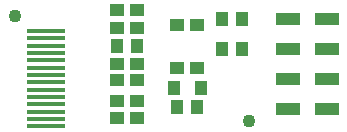
<source format=gts>
G04 EAGLE Gerber X2 export*
%TF.Part,Single*%
%TF.FileFunction,Soldermask,Top,1*%
%TF.FilePolarity,Negative*%
%TF.GenerationSoftware,Autodesk,EAGLE,9.4.0*%
%TF.CreationDate,2019-05-09T18:23:13Z*%
G75*
%MOMM*%
%FSLAX34Y34*%
%LPD*%
%INSoldermask Top*%
%AMOC8*
5,1,8,0,0,1.08239X$1,22.5*%
G01*
%ADD10R,1.201600X1.101600*%
%ADD11R,1.101600X1.301600*%
%ADD12R,2.101600X1.101600*%
%ADD13R,3.301600X0.451600*%
%ADD14R,1.101600X1.201600*%
%ADD15C,1.101600*%


D10*
X103260Y15240D03*
X120260Y15240D03*
X120260Y29210D03*
X103260Y29210D03*
X120260Y46990D03*
X103260Y46990D03*
X171060Y93980D03*
X154060Y93980D03*
X120260Y91440D03*
X103260Y91440D03*
X171060Y57150D03*
X154060Y57150D03*
X120260Y106680D03*
X103260Y106680D03*
X120260Y60960D03*
X103260Y60960D03*
D11*
X174060Y40640D03*
X151060Y40640D03*
D12*
X280660Y73660D03*
X280660Y22860D03*
X247660Y99060D03*
X247660Y48260D03*
X247660Y22860D03*
X280660Y48260D03*
X247660Y73660D03*
X280660Y99060D03*
D13*
X43160Y7960D03*
X43160Y14160D03*
X43160Y20360D03*
X43160Y26560D03*
X43160Y32760D03*
X43160Y38960D03*
X43160Y45160D03*
X43160Y51360D03*
X43160Y57560D03*
X43160Y63760D03*
X43160Y69960D03*
X43160Y76160D03*
X43160Y82360D03*
X43160Y88560D03*
D14*
X120260Y76200D03*
X103260Y76200D03*
X209160Y73660D03*
X192160Y73660D03*
X209160Y99060D03*
X192160Y99060D03*
X154060Y24130D03*
X171060Y24130D03*
D15*
X16510Y101600D03*
X214630Y12700D03*
M02*

</source>
